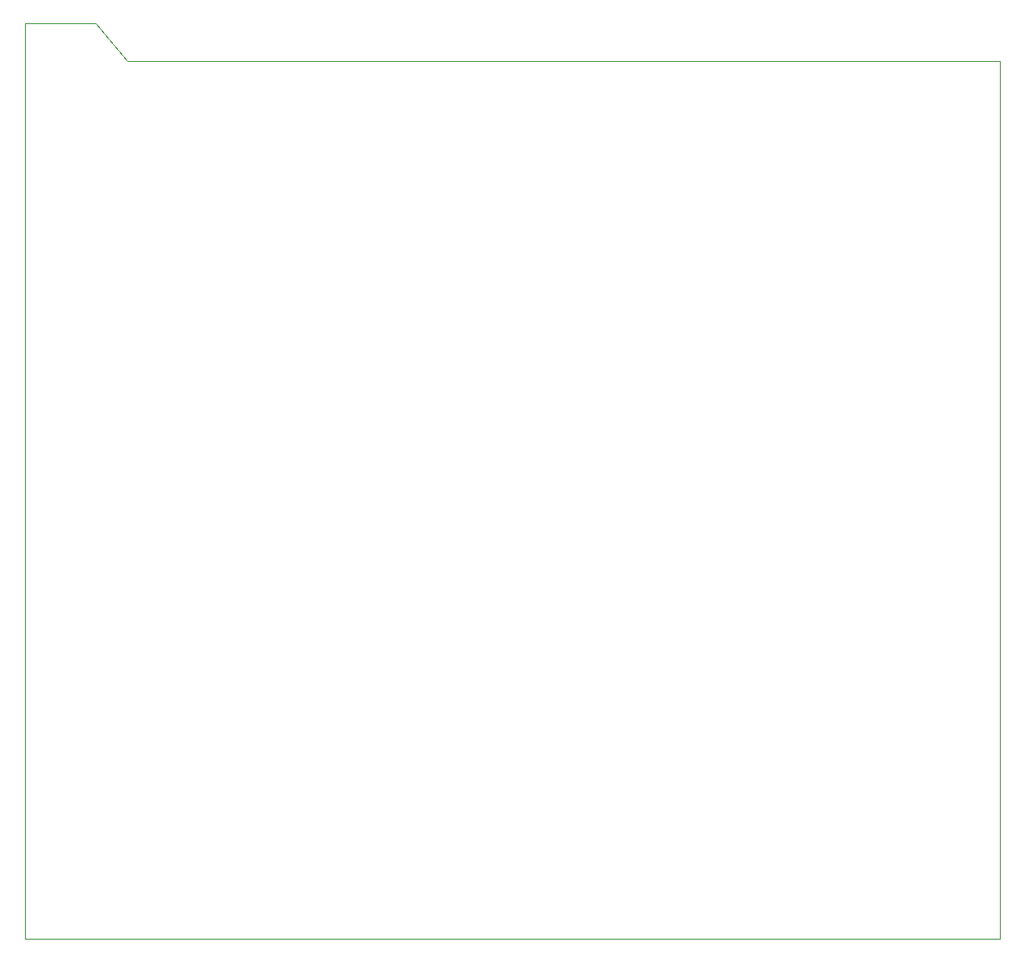
<source format=gm1>
G04 #@! TF.GenerationSoftware,KiCad,Pcbnew,5.1.7*
G04 #@! TF.CreationDate,2020-11-27T22:44:02-08:00*
G04 #@! TF.ProjectId,PC104-8042KBD,50433130-342d-4383-9034-324b42442e6b,rev?*
G04 #@! TF.SameCoordinates,Original*
G04 #@! TF.FileFunction,Profile,NP*
%FSLAX46Y46*%
G04 Gerber Fmt 4.6, Leading zero omitted, Abs format (unit mm)*
G04 Created by KiCad (PCBNEW 5.1.7) date 2020-11-27 22:44:02*
%MOMM*%
%LPD*%
G01*
G04 APERTURE LIST*
G04 #@! TA.AperFunction,Profile*
%ADD10C,0.050000*%
G04 #@! TD*
G04 APERTURE END LIST*
D10*
X100990400Y-146100800D02*
X100990400Y-55981600D01*
X196850000Y-146100800D02*
X100990400Y-146100800D01*
X196850000Y-59740800D02*
X196850000Y-146100800D01*
X111099600Y-59740800D02*
X196850000Y-59740800D01*
X107950000Y-55981600D02*
X111099600Y-59740800D01*
X100990400Y-55981600D02*
X107950000Y-55981600D01*
M02*

</source>
